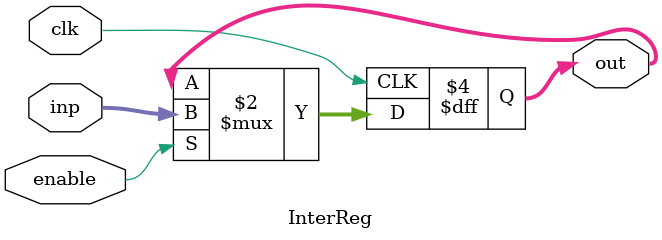
<source format=v>
`timescale 1ns / 1ps

module InterReg(
    input clk,
    input enable,
    input [31:0] inp,
    output reg [31:0] out
    );
	
    always @(posedge clk) begin
        if (enable)
            out <= inp;
    end

endmodule
</source>
